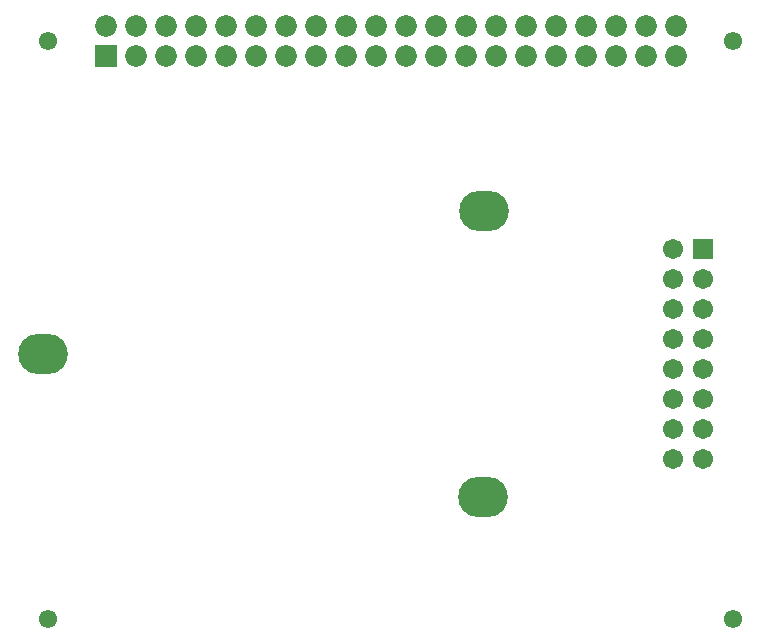
<source format=gbs>
G04*
G04 #@! TF.GenerationSoftware,Altium Limited,Altium Designer,18.1.6 (161)*
G04*
G04 Layer_Color=16711935*
%FSLAX25Y25*%
%MOIN*%
G70*
G01*
G75*
%ADD13R,0.07257X0.07257*%
%ADD14C,0.07257*%
%ADD15C,0.06115*%
%ADD16O,0.16548X0.13398*%
%ADD17R,0.06706X0.06706*%
%ADD18C,0.06706*%
D13*
X32835Y92520D02*
D03*
D14*
Y102520D02*
D03*
X42835Y92520D02*
D03*
Y102520D02*
D03*
X52835Y92520D02*
D03*
Y102520D02*
D03*
X62835Y92520D02*
D03*
Y102520D02*
D03*
X72835Y92520D02*
D03*
Y102520D02*
D03*
X82835Y92520D02*
D03*
Y102520D02*
D03*
X92835Y92520D02*
D03*
Y102520D02*
D03*
X102834Y92520D02*
D03*
Y102520D02*
D03*
X112835Y92520D02*
D03*
Y102520D02*
D03*
X122835Y92520D02*
D03*
Y102520D02*
D03*
X132834Y92520D02*
D03*
Y102520D02*
D03*
X142834Y92520D02*
D03*
Y102520D02*
D03*
X152834Y92520D02*
D03*
Y102520D02*
D03*
X162835Y92520D02*
D03*
Y102520D02*
D03*
X172835Y92520D02*
D03*
Y102520D02*
D03*
X182834Y92520D02*
D03*
Y102520D02*
D03*
X192834Y92520D02*
D03*
Y102520D02*
D03*
X202835Y92520D02*
D03*
Y102520D02*
D03*
X212835Y92520D02*
D03*
Y102520D02*
D03*
X222834Y92520D02*
D03*
Y102520D02*
D03*
D15*
X13661Y97520D02*
D03*
X242008D02*
D03*
Y-95394D02*
D03*
X13661D02*
D03*
D16*
X11831Y-7000D02*
D03*
X158858Y40638D02*
D03*
X158504Y-54527D02*
D03*
D17*
X231701Y28053D02*
D03*
D18*
X221701D02*
D03*
X231701Y18053D02*
D03*
X221701D02*
D03*
X231701Y8053D02*
D03*
X221701D02*
D03*
X231701Y-1947D02*
D03*
X221701D02*
D03*
X231701Y-11947D02*
D03*
X221701D02*
D03*
X231701Y-21947D02*
D03*
X221701D02*
D03*
X231701Y-31947D02*
D03*
X221701D02*
D03*
X231701Y-41947D02*
D03*
X221701D02*
D03*
M02*

</source>
